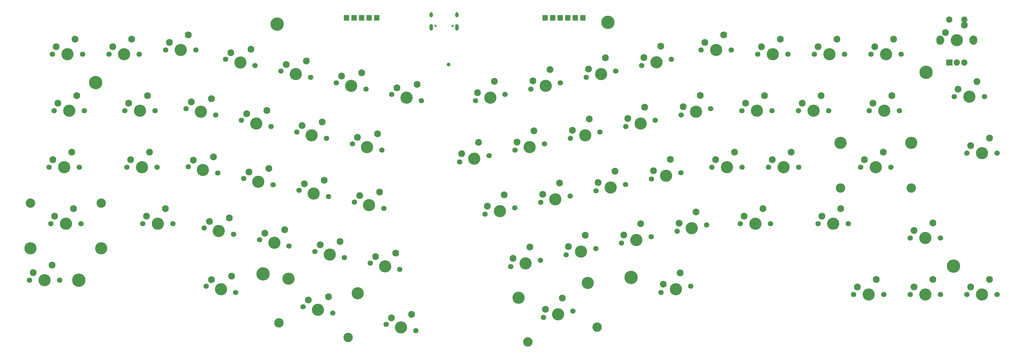
<source format=gts>
G04 #@! TF.GenerationSoftware,KiCad,Pcbnew,(5.1.12)-1*
G04 #@! TF.CreationDate,2022-03-31T17:27:16+05:30*
G04 #@! TF.ProjectId,arisu,61726973-752e-46b6-9963-61645f706362,1.1*
G04 #@! TF.SameCoordinates,Original*
G04 #@! TF.FileFunction,Soldermask,Top*
G04 #@! TF.FilePolarity,Negative*
%FSLAX46Y46*%
G04 Gerber Fmt 4.6, Leading zero omitted, Abs format (unit mm)*
G04 Created by KiCad (PCBNEW (5.1.12)-1) date 2022-03-31 17:27:16*
%MOMM*%
%LPD*%
G01*
G04 APERTURE LIST*
%ADD10C,1.302000*%
%ADD11C,2.102000*%
%ADD12O,2.602000X3.102000*%
%ADD13C,0.752000*%
%ADD14O,1.102000X2.202000*%
%ADD15O,1.102000X1.702000*%
%ADD16C,3.152000*%
%ADD17C,4.102000*%
%ADD18C,1.802000*%
%ADD19C,2.302000*%
%ADD20C,4.502000*%
G04 APERTURE END LIST*
D10*
X175564800Y-42164000D03*
G36*
G01*
X345006800Y-42540200D02*
X343006800Y-42540200D01*
G75*
G02*
X342955800Y-42489200I0J51000D01*
G01*
X342955800Y-40489200D01*
G75*
G02*
X343006800Y-40438200I51000J0D01*
G01*
X345006800Y-40438200D01*
G75*
G02*
X345057800Y-40489200I0J-51000D01*
G01*
X345057800Y-42489200D01*
G75*
G02*
X345006800Y-42540200I-51000J0D01*
G01*
G37*
D11*
X346506800Y-41489200D03*
X349006800Y-41489200D03*
D12*
X340906800Y-33989200D03*
X352106800Y-33989200D03*
D11*
X344006800Y-26989200D03*
X349006800Y-26989200D03*
D13*
X171181280Y-29084600D03*
D14*
X169751280Y-29614600D03*
D15*
X169751280Y-25434600D03*
X178391280Y-25434600D03*
D14*
X178391280Y-29614600D03*
D13*
X176961280Y-29084600D03*
D16*
X331156250Y-83820000D03*
X307356250Y-83820000D03*
D17*
X307356250Y-68580000D03*
X331156250Y-68580000D03*
D18*
X324336250Y-76820000D03*
X314176250Y-76820000D03*
D17*
X319256250Y-76820000D03*
D19*
X315446250Y-74280000D03*
X321796250Y-71740000D03*
D16*
X225514604Y-130744422D03*
X202234691Y-135692720D03*
D17*
X199066117Y-120785751D03*
X222346030Y-115837453D03*
D18*
X217388255Y-125315347D03*
X207450276Y-127427729D03*
D17*
X212419266Y-126371538D03*
D19*
X208164428Y-124679187D03*
X213847569Y-120874453D03*
D16*
X141797364Y-134208124D03*
X118517451Y-129259826D03*
D17*
X121686025Y-114352856D03*
X144965938Y-119301154D03*
D18*
X136581779Y-125943133D03*
X126643799Y-123830750D03*
D17*
X131612789Y-124886942D03*
D19*
X128414142Y-121610303D03*
X135153475Y-120446047D03*
D16*
X58743750Y-88870000D03*
X34943750Y-88870000D03*
D17*
X34943750Y-104110000D03*
X58743750Y-104110000D03*
D18*
X51923750Y-95870000D03*
X41763750Y-95870000D03*
D17*
X46843750Y-95870000D03*
D19*
X43033750Y-93330000D03*
X49383750Y-90790000D03*
D18*
X51336250Y-76820000D03*
X41176250Y-76820000D03*
D17*
X46256250Y-76820000D03*
D19*
X42446250Y-74280000D03*
X48796250Y-71740000D03*
D18*
X310048769Y-95869998D03*
X299888769Y-95869998D03*
D17*
X304968769Y-95869998D03*
D19*
X301158769Y-93329998D03*
X307508769Y-90789998D03*
D18*
X53020000Y-57770000D03*
X42860000Y-57770000D03*
D17*
X47940000Y-57770000D03*
D19*
X44130000Y-55230000D03*
X50480000Y-52690000D03*
D18*
X44790000Y-114920000D03*
X34630000Y-114920000D03*
D17*
X39710000Y-114920000D03*
D19*
X35900000Y-112380000D03*
X42250000Y-109840000D03*
D18*
X103972788Y-119011881D03*
X94034808Y-116899498D03*
D17*
X99003798Y-117955689D03*
D19*
X95805151Y-114679051D03*
X102544484Y-113514795D03*
D18*
X256984892Y-116898834D03*
X247046912Y-119011217D03*
D17*
X252015902Y-117955026D03*
D19*
X247761064Y-116262674D03*
X253444205Y-112457940D03*
D18*
X327210000Y-57770000D03*
X317050000Y-57770000D03*
D17*
X322130000Y-57770000D03*
D19*
X318320000Y-55230000D03*
X324670000Y-52690000D03*
X49880000Y-33640000D03*
X43530000Y-36180000D03*
D17*
X47340000Y-38720000D03*
D18*
X42260000Y-38720000D03*
X52420000Y-38720000D03*
D19*
X68930000Y-33640000D03*
X62580000Y-36180000D03*
D17*
X66390000Y-38720000D03*
D18*
X61310000Y-38720000D03*
X71470000Y-38720000D03*
D19*
X74290000Y-52690000D03*
X67940000Y-55230000D03*
D17*
X71750000Y-57770000D03*
D18*
X66670000Y-57770000D03*
X76830000Y-57770000D03*
D19*
X74990000Y-71740000D03*
X68640000Y-74280000D03*
D17*
X72450000Y-76820000D03*
D18*
X67370000Y-76820000D03*
X77530000Y-76820000D03*
D19*
X80340000Y-90790000D03*
X73990000Y-93330000D03*
D17*
X77800000Y-95870000D03*
D18*
X72720000Y-95870000D03*
X82880000Y-95870000D03*
D19*
X87980000Y-32139615D03*
X81630000Y-34679615D03*
D17*
X85440000Y-37219615D03*
D18*
X80360000Y-37219615D03*
X90520000Y-37219615D03*
D19*
X95793034Y-53652945D03*
X89053701Y-54817200D03*
D17*
X92252348Y-58093839D03*
D18*
X87283358Y-57037647D03*
X97221338Y-59150030D03*
D19*
X96490701Y-73276838D03*
X89751368Y-74441093D03*
D17*
X92950015Y-77717732D03*
D18*
X87981025Y-76661540D03*
X97919005Y-78773923D03*
D19*
X101846783Y-93890907D03*
X95107450Y-95055162D03*
D17*
X98306097Y-98331801D03*
D18*
X93337107Y-97275609D03*
X103275087Y-99387992D03*
D19*
X109070692Y-36999602D03*
X102331359Y-38163857D03*
D17*
X105530006Y-41440496D03*
D18*
X100561016Y-40384304D03*
X110498996Y-42496687D03*
D19*
X114426744Y-57613671D03*
X107687411Y-58777926D03*
D17*
X110886058Y-62054565D03*
D18*
X105917068Y-60998373D03*
X115855048Y-63110756D03*
D19*
X115124411Y-77237565D03*
X108385078Y-78401820D03*
D17*
X111583725Y-81678459D03*
D18*
X106614735Y-80622267D03*
X116552715Y-82734650D03*
D19*
X120480493Y-97851633D03*
X113741160Y-99015888D03*
D17*
X116939807Y-102292527D03*
D18*
X111970817Y-101236335D03*
X121908797Y-103348718D03*
D19*
X127704403Y-40960320D03*
X120965070Y-42124575D03*
D17*
X124163717Y-45401214D03*
D18*
X119194727Y-44345022D03*
X129132707Y-46457405D03*
D19*
X133060454Y-61574398D03*
X126321121Y-62738653D03*
D17*
X129519768Y-66015292D03*
D18*
X124550778Y-64959100D03*
X134488758Y-67071483D03*
D19*
X133758121Y-81198292D03*
X127018788Y-82362547D03*
D17*
X130217435Y-85639186D03*
D18*
X125248445Y-84582994D03*
X135186425Y-86695377D03*
D19*
X139114202Y-101812360D03*
X132374869Y-102976615D03*
D17*
X135573516Y-106253254D03*
D18*
X130604526Y-105197062D03*
X140542506Y-107309445D03*
D19*
X146338115Y-44921038D03*
X139598782Y-46085293D03*
D17*
X142797429Y-49361932D03*
D18*
X137828439Y-48305740D03*
X147766419Y-50418123D03*
D19*
X151694164Y-65535125D03*
X144954831Y-66699380D03*
D17*
X148153478Y-69976019D03*
D18*
X143184488Y-68919827D03*
X153122468Y-71032210D03*
D19*
X152391831Y-85159019D03*
X145652498Y-86323274D03*
D17*
X148851145Y-89599913D03*
D18*
X143882155Y-88543721D03*
X153820135Y-90656104D03*
D19*
X157747912Y-105773087D03*
X151008579Y-106937342D03*
D17*
X154207226Y-110213981D03*
D18*
X149238236Y-109157789D03*
X159176216Y-111270172D03*
D19*
X163104049Y-126387116D03*
X156364716Y-127551371D03*
D17*
X159563363Y-130828010D03*
D18*
X154594373Y-129771818D03*
X164532353Y-131884201D03*
D19*
X164971827Y-48881755D03*
X158232494Y-50046010D03*
D17*
X161431141Y-53322649D03*
D18*
X156462151Y-52266457D03*
X166400131Y-54378840D03*
D19*
X185660941Y-68438939D03*
X179977800Y-72243673D03*
D17*
X184232638Y-73936024D03*
D18*
X179263648Y-74992215D03*
X189201628Y-72879833D03*
D19*
X194280062Y-86082491D03*
X188596921Y-89887225D03*
D17*
X192851759Y-91579576D03*
D18*
X187882769Y-92635767D03*
X197820749Y-90523385D03*
D19*
X202899183Y-103726043D03*
X197216042Y-107530777D03*
D17*
X201470880Y-109223128D03*
D18*
X196501890Y-110279319D03*
X206439870Y-108166937D03*
D19*
X191017168Y-47824840D03*
X185334027Y-51629574D03*
D17*
X189588865Y-53321925D03*
D18*
X184619875Y-54378116D03*
X194557855Y-52265734D03*
D19*
X204294652Y-64478221D03*
X198611511Y-68282955D03*
D17*
X202866349Y-69975306D03*
D18*
X197897359Y-71031497D03*
X207835339Y-68919115D03*
D19*
X212913773Y-82121773D03*
X207230632Y-85926507D03*
D17*
X211485470Y-87618858D03*
D18*
X206516480Y-88675049D03*
X216454460Y-86562667D03*
D19*
X221532895Y-99765325D03*
X215849754Y-103570059D03*
D17*
X220104592Y-105262410D03*
D18*
X215135602Y-106318601D03*
X225073582Y-104206219D03*
D19*
X209650880Y-43864122D03*
X203967739Y-47668856D03*
D17*
X208222577Y-49361207D03*
D18*
X203253587Y-50417398D03*
X213191567Y-48305016D03*
D19*
X222928364Y-60517504D03*
X217245223Y-64322238D03*
D17*
X221500061Y-66014589D03*
D18*
X216531071Y-67070780D03*
X226469051Y-64958398D03*
D19*
X231547485Y-78161056D03*
X225864344Y-81965790D03*
D17*
X230119182Y-83658141D03*
D18*
X225150192Y-84714332D03*
X235088172Y-82601950D03*
D19*
X240166606Y-95804608D03*
X234483465Y-99609342D03*
D17*
X238738303Y-101301693D03*
D18*
X233769313Y-102357884D03*
X243707293Y-100245502D03*
D19*
X228284592Y-39903405D03*
X222601451Y-43708139D03*
D17*
X226856289Y-45400490D03*
D18*
X221887299Y-46456681D03*
X231825279Y-44344299D03*
D19*
X241562076Y-56556786D03*
X235878935Y-60361520D03*
D17*
X240133773Y-62053871D03*
D18*
X235164783Y-63110062D03*
X245102763Y-60997680D03*
D19*
X250181197Y-74200338D03*
X244498056Y-78005072D03*
D17*
X248752894Y-79697423D03*
D18*
X243783904Y-80753614D03*
X253721884Y-78641232D03*
D19*
X258800318Y-91843890D03*
X253117177Y-95648624D03*
D17*
X257372015Y-97340975D03*
D18*
X252403025Y-98397166D03*
X262341005Y-96284784D03*
D19*
X246918303Y-35942687D03*
X241235162Y-39747421D03*
D17*
X245490000Y-41439772D03*
D18*
X240521010Y-42495963D03*
X250458990Y-40383581D03*
D19*
X260195788Y-52596068D03*
X254512647Y-56400802D03*
D17*
X258767485Y-58093153D03*
D18*
X253798495Y-59149344D03*
X263736475Y-57036962D03*
D19*
X271790000Y-71740000D03*
X265440000Y-74280000D03*
D17*
X269250000Y-76820000D03*
D18*
X264170000Y-76820000D03*
X274330000Y-76820000D03*
D19*
X281315019Y-90789998D03*
X274965019Y-93329998D03*
D17*
X278775019Y-95869998D03*
D18*
X273695019Y-95869998D03*
X283855019Y-95869998D03*
D19*
X268110000Y-32139615D03*
X261760000Y-34679615D03*
D17*
X265570000Y-37219615D03*
D18*
X260490000Y-37219615D03*
X270650000Y-37219615D03*
D19*
X281800000Y-52690000D03*
X275450000Y-55230000D03*
D17*
X279260000Y-57770000D03*
D18*
X274180000Y-57770000D03*
X284340000Y-57770000D03*
D19*
X290840000Y-71740000D03*
X284490000Y-74280000D03*
D17*
X288300000Y-76820000D03*
D18*
X283220000Y-76820000D03*
X293380000Y-76820000D03*
D19*
X287160000Y-33640000D03*
X280810000Y-36180000D03*
D17*
X284620000Y-38720000D03*
D18*
X279540000Y-38720000D03*
X289700000Y-38720000D03*
D19*
X300850000Y-52690000D03*
X294500000Y-55230000D03*
D17*
X298310000Y-57770000D03*
D18*
X293230000Y-57770000D03*
X303390000Y-57770000D03*
D19*
X319414949Y-114602503D03*
X313064949Y-117142503D03*
D17*
X316874949Y-119682503D03*
D18*
X311794949Y-119682503D03*
X321954949Y-119682503D03*
D19*
X306210000Y-33640000D03*
X299860000Y-36180000D03*
D17*
X303670000Y-38720000D03*
D18*
X298590000Y-38720000D03*
X308750000Y-38720000D03*
D19*
X338464949Y-95552503D03*
X332114949Y-98092503D03*
D17*
X335924949Y-100632503D03*
D18*
X330844949Y-100632503D03*
X341004949Y-100632503D03*
D19*
X338464949Y-114602503D03*
X332114949Y-117142503D03*
D17*
X335924949Y-119682503D03*
D18*
X330844949Y-119682503D03*
X341004949Y-119682503D03*
D19*
X325260000Y-33640000D03*
X318910000Y-36180000D03*
D17*
X322720000Y-38720000D03*
D18*
X317640000Y-38720000D03*
X327800000Y-38720000D03*
D19*
X349072542Y-28877509D03*
X342722542Y-31417509D03*
D17*
X346532542Y-33957509D03*
D18*
X341452542Y-33957509D03*
X351612542Y-33957509D03*
D19*
X353245000Y-47927516D03*
X346895000Y-50467516D03*
D17*
X350705000Y-53007516D03*
D18*
X345625000Y-53007516D03*
X355785000Y-53007516D03*
D19*
X357514949Y-66977519D03*
X351164949Y-69517519D03*
D17*
X354974949Y-72057519D03*
D18*
X349894949Y-72057519D03*
X360054949Y-72057519D03*
D19*
X357514949Y-114602503D03*
X351164949Y-117142503D03*
D17*
X354974949Y-119682503D03*
D18*
X349894949Y-119682503D03*
X360054949Y-119682503D03*
D20*
X236982000Y-113944400D03*
X345449949Y-110157503D03*
G36*
G01*
X219825000Y-27266000D02*
X219825000Y-25566000D01*
G75*
G02*
X219876000Y-25515000I51000J0D01*
G01*
X221576000Y-25515000D01*
G75*
G02*
X221627000Y-25566000I0J-51000D01*
G01*
X221627000Y-27266000D01*
G75*
G02*
X221576000Y-27317000I-51000J0D01*
G01*
X219876000Y-27317000D01*
G75*
G02*
X219825000Y-27266000I0J51000D01*
G01*
G37*
G36*
G01*
X217285000Y-27266000D02*
X217285000Y-25566000D01*
G75*
G02*
X217336000Y-25515000I51000J0D01*
G01*
X219036000Y-25515000D01*
G75*
G02*
X219087000Y-25566000I0J-51000D01*
G01*
X219087000Y-27266000D01*
G75*
G02*
X219036000Y-27317000I-51000J0D01*
G01*
X217336000Y-27317000D01*
G75*
G02*
X217285000Y-27266000I0J51000D01*
G01*
G37*
G36*
G01*
X214745000Y-27266000D02*
X214745000Y-25566000D01*
G75*
G02*
X214796000Y-25515000I51000J0D01*
G01*
X216496000Y-25515000D01*
G75*
G02*
X216547000Y-25566000I0J-51000D01*
G01*
X216547000Y-27266000D01*
G75*
G02*
X216496000Y-27317000I-51000J0D01*
G01*
X214796000Y-27317000D01*
G75*
G02*
X214745000Y-27266000I0J51000D01*
G01*
G37*
G36*
G01*
X212205000Y-27266000D02*
X212205000Y-25566000D01*
G75*
G02*
X212256000Y-25515000I51000J0D01*
G01*
X213956000Y-25515000D01*
G75*
G02*
X214007000Y-25566000I0J-51000D01*
G01*
X214007000Y-27266000D01*
G75*
G02*
X213956000Y-27317000I-51000J0D01*
G01*
X212256000Y-27317000D01*
G75*
G02*
X212205000Y-27266000I0J51000D01*
G01*
G37*
G36*
G01*
X209665000Y-27266000D02*
X209665000Y-25566000D01*
G75*
G02*
X209716000Y-25515000I51000J0D01*
G01*
X211416000Y-25515000D01*
G75*
G02*
X211467000Y-25566000I0J-51000D01*
G01*
X211467000Y-27266000D01*
G75*
G02*
X211416000Y-27317000I-51000J0D01*
G01*
X209716000Y-27317000D01*
G75*
G02*
X209665000Y-27266000I0J51000D01*
G01*
G37*
G36*
G01*
X207125000Y-27266000D02*
X207125000Y-25566000D01*
G75*
G02*
X207176000Y-25515000I51000J0D01*
G01*
X208876000Y-25515000D01*
G75*
G02*
X208927000Y-25566000I0J-51000D01*
G01*
X208927000Y-27266000D01*
G75*
G02*
X208876000Y-27317000I-51000J0D01*
G01*
X207176000Y-27317000D01*
G75*
G02*
X207125000Y-27266000I0J51000D01*
G01*
G37*
G36*
G01*
X140323000Y-27266000D02*
X140323000Y-25566000D01*
G75*
G02*
X140374000Y-25515000I51000J0D01*
G01*
X142074000Y-25515000D01*
G75*
G02*
X142125000Y-25566000I0J-51000D01*
G01*
X142125000Y-27266000D01*
G75*
G02*
X142074000Y-27317000I-51000J0D01*
G01*
X140374000Y-27317000D01*
G75*
G02*
X140323000Y-27266000I0J51000D01*
G01*
G37*
G36*
G01*
X150483000Y-27266000D02*
X150483000Y-25566000D01*
G75*
G02*
X150534000Y-25515000I51000J0D01*
G01*
X152234000Y-25515000D01*
G75*
G02*
X152285000Y-25566000I0J-51000D01*
G01*
X152285000Y-27266000D01*
G75*
G02*
X152234000Y-27317000I-51000J0D01*
G01*
X150534000Y-27317000D01*
G75*
G02*
X150483000Y-27266000I0J51000D01*
G01*
G37*
G36*
G01*
X145403000Y-27266000D02*
X145403000Y-25566000D01*
G75*
G02*
X145454000Y-25515000I51000J0D01*
G01*
X147154000Y-25515000D01*
G75*
G02*
X147205000Y-25566000I0J-51000D01*
G01*
X147205000Y-27266000D01*
G75*
G02*
X147154000Y-27317000I-51000J0D01*
G01*
X145454000Y-27317000D01*
G75*
G02*
X145403000Y-27266000I0J51000D01*
G01*
G37*
G36*
G01*
X147943000Y-27266000D02*
X147943000Y-25566000D01*
G75*
G02*
X147994000Y-25515000I51000J0D01*
G01*
X149694000Y-25515000D01*
G75*
G02*
X149745000Y-25566000I0J-51000D01*
G01*
X149745000Y-27266000D01*
G75*
G02*
X149694000Y-27317000I-51000J0D01*
G01*
X147994000Y-27317000D01*
G75*
G02*
X147943000Y-27266000I0J51000D01*
G01*
G37*
G36*
G01*
X142863000Y-27266000D02*
X142863000Y-25566000D01*
G75*
G02*
X142914000Y-25515000I51000J0D01*
G01*
X144614000Y-25515000D01*
G75*
G02*
X144665000Y-25566000I0J-51000D01*
G01*
X144665000Y-27266000D01*
G75*
G02*
X144614000Y-27317000I-51000J0D01*
G01*
X142914000Y-27317000D01*
G75*
G02*
X142863000Y-27266000I0J51000D01*
G01*
G37*
X56865000Y-48245000D03*
X51197500Y-114920000D03*
X117932200Y-28524200D03*
X113157000Y-112781080D03*
X229192785Y-27932509D03*
X336194400Y-44805600D03*
M02*

</source>
